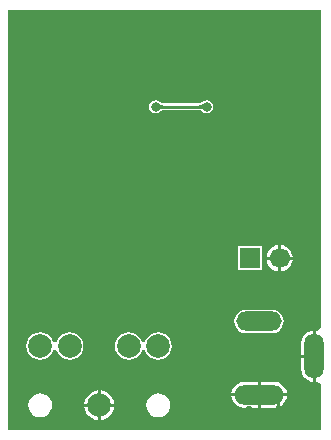
<source format=gbl>
G04*
G04 #@! TF.GenerationSoftware,Altium Limited,Altium Designer,19.0.15 (446)*
G04*
G04 Layer_Physical_Order=2*
G04 Layer_Color=16711680*
%FSLAX25Y25*%
%MOIN*%
G70*
G01*
G75*
%ADD14C,0.01000*%
%ADD15C,0.00800*%
%ADD60C,0.07874*%
%ADD61O,0.06496X0.15158*%
%ADD62O,0.15158X0.06496*%
%ADD63O,0.16535X0.06496*%
%ADD64C,0.06693*%
%ADD65R,0.06693X0.06693*%
%ADD66C,0.02756*%
%ADD67C,0.03150*%
G36*
X684020Y137106D02*
X682955Y136294D01*
X682820Y136277D01*
X682307Y136345D01*
Y127795D01*
Y119246D01*
X682820Y119313D01*
X682955Y119296D01*
X684020Y118484D01*
Y103382D01*
X579760D01*
Y243075D01*
X684020D01*
Y137106D01*
D02*
G37*
%LPC*%
G36*
X646000Y213217D02*
X645151Y213049D01*
X644452Y212581D01*
X644426Y212571D01*
X644322Y212472D01*
X644234Y212398D01*
X644148Y212335D01*
X644064Y212284D01*
X643981Y212242D01*
X643899Y212208D01*
X643818Y212183D01*
X643735Y212165D01*
X643650Y212154D01*
X643535Y212149D01*
X643476Y212122D01*
X631524D01*
X631465Y212149D01*
X631350Y212154D01*
X631265Y212165D01*
X631182Y212183D01*
X631101Y212208D01*
X631019Y212242D01*
X630936Y212284D01*
X630852Y212335D01*
X630766Y212398D01*
X630678Y212472D01*
X630574Y212571D01*
X630548Y212581D01*
X629849Y213049D01*
X629000Y213217D01*
X628151Y213049D01*
X627432Y212568D01*
X626951Y211849D01*
X626783Y211000D01*
X626951Y210151D01*
X627432Y209432D01*
X628151Y208951D01*
X629000Y208783D01*
X629849Y208951D01*
X630548Y209419D01*
X630574Y209429D01*
X630678Y209528D01*
X630766Y209602D01*
X630852Y209665D01*
X630936Y209716D01*
X631019Y209758D01*
X631101Y209792D01*
X631182Y209817D01*
X631265Y209835D01*
X631350Y209846D01*
X631465Y209851D01*
X631524Y209878D01*
X643476D01*
X643535Y209851D01*
X643650Y209846D01*
X643735Y209835D01*
X643818Y209817D01*
X643899Y209792D01*
X643981Y209758D01*
X644064Y209716D01*
X644148Y209665D01*
X644234Y209602D01*
X644322Y209528D01*
X644426Y209429D01*
X644452Y209419D01*
X645151Y208951D01*
X646000Y208783D01*
X646849Y208951D01*
X647568Y209432D01*
X648049Y210151D01*
X648217Y211000D01*
X648049Y211849D01*
X647568Y212568D01*
X646849Y213049D01*
X646000Y213217D01*
D02*
G37*
G36*
X670843Y164818D02*
Y161000D01*
X674661D01*
X674577Y161635D01*
X674139Y162692D01*
X673443Y163600D01*
X672535Y164297D01*
X671477Y164735D01*
X670843Y164818D01*
D02*
G37*
G36*
X669843D02*
X669208Y164735D01*
X668151Y164297D01*
X667243Y163600D01*
X666546Y162692D01*
X666108Y161635D01*
X666024Y161000D01*
X669843D01*
Y164818D01*
D02*
G37*
G36*
X664446Y164446D02*
X656554D01*
Y156553D01*
X664446D01*
Y164446D01*
D02*
G37*
G36*
X674661Y160000D02*
X670843D01*
Y156182D01*
X671477Y156265D01*
X672535Y156703D01*
X673443Y157400D01*
X674139Y158308D01*
X674577Y159365D01*
X674661Y160000D01*
D02*
G37*
G36*
X669843D02*
X666024D01*
X666108Y159365D01*
X666546Y158308D01*
X667243Y157400D01*
X668151Y156703D01*
X669208Y156265D01*
X669843Y156182D01*
Y160000D01*
D02*
G37*
G36*
X667831Y143291D02*
X659169D01*
X658165Y143158D01*
X657229Y142771D01*
X656425Y142154D01*
X655808Y141350D01*
X655420Y140414D01*
X655288Y139409D01*
X655420Y138405D01*
X655808Y137469D01*
X656425Y136665D01*
X657229Y136048D01*
X658165Y135660D01*
X659169Y135528D01*
X667831D01*
X668835Y135660D01*
X669771Y136048D01*
X670575Y136665D01*
X671192Y137469D01*
X671580Y138405D01*
X671712Y139409D01*
X671580Y140414D01*
X671192Y141350D01*
X670575Y142154D01*
X669771Y142771D01*
X668835Y143158D01*
X667831Y143291D01*
D02*
G37*
G36*
X629870Y135761D02*
X628686Y135605D01*
X627582Y135148D01*
X626634Y134421D01*
X625907Y133473D01*
X625566Y132650D01*
X625474Y132627D01*
X624424D01*
X624332Y132650D01*
X623991Y133473D01*
X623263Y134421D01*
X622316Y135148D01*
X621212Y135605D01*
X620028Y135761D01*
X618843Y135605D01*
X617739Y135148D01*
X616792Y134421D01*
X616065Y133473D01*
X615607Y132369D01*
X615451Y131185D01*
X615607Y130001D01*
X616065Y128897D01*
X616792Y127949D01*
X617739Y127222D01*
X618843Y126765D01*
X620028Y126609D01*
X621212Y126765D01*
X622316Y127222D01*
X623263Y127949D01*
X623991Y128897D01*
X624332Y129720D01*
X624424Y129743D01*
X625474D01*
X625566Y129720D01*
X625907Y128897D01*
X626634Y127949D01*
X627582Y127222D01*
X628686Y126765D01*
X629870Y126609D01*
X631054Y126765D01*
X632158Y127222D01*
X633106Y127949D01*
X633833Y128897D01*
X634290Y130001D01*
X634446Y131185D01*
X634290Y132369D01*
X633833Y133473D01*
X633106Y134421D01*
X632158Y135148D01*
X631054Y135605D01*
X629870Y135761D01*
D02*
G37*
G36*
X600343D02*
X599158Y135605D01*
X598054Y135148D01*
X597107Y134421D01*
X596379Y133473D01*
X596038Y132650D01*
X595946Y132627D01*
X594896D01*
X594804Y132650D01*
X594463Y133473D01*
X593736Y134421D01*
X592788Y135148D01*
X591684Y135605D01*
X590500Y135761D01*
X589316Y135605D01*
X588212Y135148D01*
X587264Y134421D01*
X586537Y133473D01*
X586080Y132369D01*
X585924Y131185D01*
X586080Y130001D01*
X586537Y128897D01*
X587264Y127949D01*
X588212Y127222D01*
X589316Y126765D01*
X590500Y126609D01*
X591684Y126765D01*
X592788Y127222D01*
X593736Y127949D01*
X594463Y128897D01*
X594804Y129720D01*
X594896Y129743D01*
X595946D01*
X596038Y129720D01*
X596379Y128897D01*
X597107Y127949D01*
X598054Y127222D01*
X599158Y126765D01*
X600343Y126609D01*
X601527Y126765D01*
X602631Y127222D01*
X603578Y127949D01*
X604306Y128897D01*
X604763Y130001D01*
X604919Y131185D01*
X604763Y132369D01*
X604306Y133473D01*
X603578Y134421D01*
X602631Y135148D01*
X601527Y135605D01*
X600343Y135761D01*
D02*
G37*
G36*
X681307Y136345D02*
X680698Y136265D01*
X679665Y135837D01*
X678777Y135156D01*
X678096Y134268D01*
X677668Y133235D01*
X677522Y132126D01*
Y128295D01*
X681307D01*
Y136345D01*
D02*
G37*
G36*
Y127295D02*
X677522D01*
Y123464D01*
X677668Y122355D01*
X678096Y121322D01*
X678777Y120435D01*
X679665Y119754D01*
X680698Y119326D01*
X681307Y119246D01*
Y127295D01*
D02*
G37*
G36*
X668520Y119285D02*
X664000D01*
Y115500D01*
X672739D01*
X672658Y116109D01*
X672230Y117142D01*
X671549Y118030D01*
X670662Y118711D01*
X669629Y119139D01*
X668520Y119285D01*
D02*
G37*
G36*
X663000D02*
X658480D01*
X657371Y119139D01*
X656338Y118711D01*
X655451Y118030D01*
X654770Y117142D01*
X654342Y116109D01*
X654261Y115500D01*
X663000D01*
Y119285D01*
D02*
G37*
G36*
X610685Y116414D02*
Y112000D01*
X615099D01*
X614995Y112789D01*
X614498Y113990D01*
X613706Y115021D01*
X612675Y115813D01*
X611474Y116310D01*
X610685Y116414D01*
D02*
G37*
G36*
X609685D02*
X608896Y116310D01*
X607695Y115813D01*
X606664Y115021D01*
X605873Y113990D01*
X605375Y112789D01*
X605271Y112000D01*
X609685D01*
Y116414D01*
D02*
G37*
G36*
X672739Y114500D02*
X664000D01*
Y110715D01*
X668520D01*
X669593Y110856D01*
X669584Y110964D01*
X669581Y110984D01*
X669035D01*
X669143Y111095D01*
X669239Y111208D01*
X669323Y111321D01*
X669358Y111375D01*
X669342Y111378D01*
X669273Y111368D01*
X669197Y111336D01*
X669403Y111447D01*
X669459Y111551D01*
X669510Y111668D01*
X669549Y111785D01*
X669577Y111904D01*
X669594Y112024D01*
X669600Y112145D01*
X670400D01*
X670406Y112024D01*
X670411Y111989D01*
X670792Y112194D01*
X670718Y112145D01*
X670651Y112081D01*
X670592Y112003D01*
X670541Y111911D01*
X670498Y111804D01*
X670473Y111719D01*
X670490Y111668D01*
X670541Y111551D01*
X670603Y111435D01*
X670677Y111321D01*
X670686Y111308D01*
X671549Y111970D01*
X672230Y112858D01*
X672658Y113891D01*
X672739Y114500D01*
D02*
G37*
G36*
X663000D02*
X654261D01*
X654342Y113891D01*
X654770Y112858D01*
X655451Y111970D01*
X656338Y111289D01*
X657371Y110861D01*
X658480Y110715D01*
X663000D01*
Y114500D01*
D02*
G37*
G36*
X629870Y115487D02*
X628838Y115351D01*
X627877Y114953D01*
X627051Y114319D01*
X626417Y113493D01*
X626019Y112532D01*
X625883Y111500D01*
X626019Y110468D01*
X626417Y109507D01*
X627051Y108681D01*
X627877Y108047D01*
X628838Y107649D01*
X629870Y107513D01*
X630902Y107649D01*
X631863Y108047D01*
X632689Y108681D01*
X633323Y109507D01*
X633721Y110468D01*
X633857Y111500D01*
X633721Y112532D01*
X633323Y113493D01*
X632689Y114319D01*
X631863Y114953D01*
X630902Y115351D01*
X629870Y115487D01*
D02*
G37*
G36*
X590500D02*
X589468Y115351D01*
X588507Y114953D01*
X587681Y114319D01*
X587047Y113493D01*
X586649Y112532D01*
X586513Y111500D01*
X586649Y110468D01*
X587047Y109507D01*
X587681Y108681D01*
X588507Y108047D01*
X589468Y107649D01*
X590500Y107513D01*
X591532Y107649D01*
X592493Y108047D01*
X593319Y108681D01*
X593953Y109507D01*
X594351Y110468D01*
X594487Y111500D01*
X594351Y112532D01*
X593953Y113493D01*
X593319Y114319D01*
X592493Y114953D01*
X591532Y115351D01*
X590500Y115487D01*
D02*
G37*
G36*
X615099Y111000D02*
X610685D01*
Y106586D01*
X611474Y106690D01*
X612675Y107187D01*
X613706Y107979D01*
X614498Y109010D01*
X614995Y110211D01*
X615099Y111000D01*
D02*
G37*
G36*
X609685D02*
X605271D01*
X605375Y110211D01*
X605873Y109010D01*
X606664Y107979D01*
X607695Y107187D01*
X608896Y106690D01*
X609685Y106586D01*
Y111000D01*
D02*
G37*
%LPD*%
G36*
X644875Y209898D02*
X644756Y210012D01*
X644634Y210115D01*
X644509Y210205D01*
X644382Y210283D01*
X644252Y210349D01*
X644119Y210404D01*
X643984Y210446D01*
X643846Y210476D01*
X643705Y210494D01*
X643562Y210500D01*
Y211500D01*
X643705Y211506D01*
X643846Y211524D01*
X643984Y211554D01*
X644119Y211596D01*
X644252Y211651D01*
X644382Y211717D01*
X644509Y211795D01*
X644634Y211885D01*
X644756Y211988D01*
X644875Y212102D01*
Y209898D01*
D02*
G37*
G36*
X630244Y211988D02*
X630366Y211885D01*
X630491Y211795D01*
X630618Y211717D01*
X630748Y211651D01*
X630881Y211596D01*
X631016Y211554D01*
X631154Y211524D01*
X631295Y211506D01*
X631438Y211500D01*
Y210500D01*
X631295Y210494D01*
X631154Y210476D01*
X631016Y210446D01*
X630881Y210404D01*
X630748Y210349D01*
X630618Y210283D01*
X630491Y210205D01*
X630366Y210115D01*
X630244Y210012D01*
X630125Y209898D01*
Y212102D01*
X630244Y211988D01*
D02*
G37*
D14*
X629000Y211000D02*
X646000D01*
D15*
X670000Y110000D02*
Y114020D01*
D60*
X610185Y111500D02*
D03*
X600343Y131185D02*
D03*
X590500D02*
D03*
X620028D02*
D03*
X629870D02*
D03*
D61*
X681807Y127795D02*
D03*
D62*
X663500Y139409D02*
D03*
D63*
Y115000D02*
D03*
D64*
X670343Y160500D02*
D03*
D65*
X660500D02*
D03*
D66*
X634094Y236221D02*
D03*
X675000Y141000D02*
D03*
X592520Y159449D02*
D03*
X670000Y110000D02*
D03*
X660000D02*
D03*
X586614Y234252D02*
D03*
D03*
X582677Y228346D02*
D03*
Y216535D02*
D03*
Y196850D02*
D03*
Y206693D02*
D03*
X680000Y230000D02*
D03*
Y210000D02*
D03*
Y190000D02*
D03*
Y170000D02*
D03*
Y150000D02*
D03*
Y110000D02*
D03*
X670000Y230000D02*
D03*
X675000Y220000D02*
D03*
Y180000D02*
D03*
X670000Y170000D02*
D03*
Y150000D02*
D03*
Y130000D02*
D03*
X675000Y120000D02*
D03*
X660000Y230000D02*
D03*
Y150000D02*
D03*
Y130000D02*
D03*
X650000Y230000D02*
D03*
Y170000D02*
D03*
Y130000D02*
D03*
Y110000D02*
D03*
X645000Y160000D02*
D03*
Y140000D02*
D03*
X640000Y130000D02*
D03*
X645000Y120000D02*
D03*
X640000Y110000D02*
D03*
X635000Y140000D02*
D03*
Y120000D02*
D03*
X620000Y230000D02*
D03*
X625000Y140000D02*
D03*
Y120000D02*
D03*
X620000Y110000D02*
D03*
X610000Y150000D02*
D03*
X615000Y140000D02*
D03*
X610000Y130000D02*
D03*
X615000Y120000D02*
D03*
X605000Y180000D02*
D03*
Y140000D02*
D03*
Y120000D02*
D03*
X600000Y110000D02*
D03*
X590000Y210000D02*
D03*
X595000Y180000D02*
D03*
Y140000D02*
D03*
Y120000D02*
D03*
X588583Y163386D02*
D03*
Y171260D02*
D03*
X624016Y179134D02*
D03*
X618110D02*
D03*
X608268Y185039D02*
D03*
X600394Y181102D02*
D03*
X594488Y206693D02*
D03*
X606299D02*
D03*
X616142D02*
D03*
X681102Y240158D02*
D03*
X677165D02*
D03*
X673228D02*
D03*
X669291D02*
D03*
X665354D02*
D03*
X661417D02*
D03*
D03*
X657480D02*
D03*
X653543D02*
D03*
D03*
X649606D02*
D03*
X645669D02*
D03*
Y236221D02*
D03*
Y232283D02*
D03*
X629921Y228346D02*
D03*
Y232283D02*
D03*
X633858D02*
D03*
X629921Y236221D02*
D03*
Y240158D02*
D03*
X625984D02*
D03*
X622047D02*
D03*
X618110D02*
D03*
X614173D02*
D03*
D03*
X610236D02*
D03*
X606299D02*
D03*
X602362D02*
D03*
X598425D02*
D03*
X590551D02*
D03*
X594488D02*
D03*
X586614D02*
D03*
X582677D02*
D03*
X636500Y219000D02*
D03*
D67*
X670000Y197500D02*
D03*
X646000Y211000D02*
D03*
X629000D02*
D03*
X609941Y229000D02*
D03*
X596941D02*
D03*
X613500Y155000D02*
D03*
X602500Y148000D02*
D03*
X619500D02*
D03*
M02*

</source>
